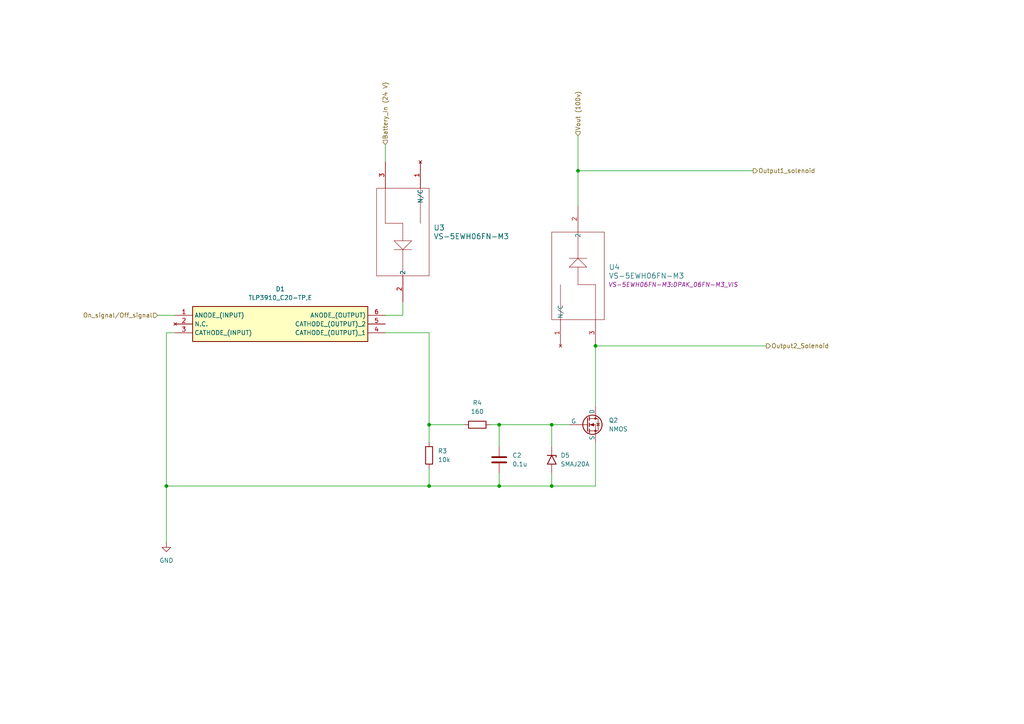
<source format=kicad_sch>
(kicad_sch (version 20231120) (generator "eeschema") (generator_version "8.0")
  (paper "A4")
  (lib_symbols
    (symbol "Device:C" (pin_numbers hide) (pin_names (offset 0.254))
      (property "Reference" "C" (at 0.635 2.54 0))
      (property "Value" "C" (at 0.635 -2.54 0))
      (symbol "C_0_1"
        (polyline (pts (xy -2.032 -0.762) (xy 2.032 -0.762)) (stroke (width 0.508)))
        (polyline (pts (xy -2.032 0.762) (xy 2.032 0.762)) (stroke (width 0.508)))
      )
      (symbol "C_1_1"
        (pin passive line (at 0 3.81 270) (length 2.794) (name "~") (number "1"))
        (pin passive line (at 0 -3.81 90) (length 2.794) (name "~") (number "2"))
      )
    )
    (symbol "Device:R" (pin_numbers hide) (pin_names (offset 0))
      (property "Reference" "R" (at 2.032 0 90))
      (property "Value" "R" (at 0 0 90))
      (symbol "R_0_1"
        (rectangle (start -1.016 -2.54) (end 1.016 2.54) (stroke (width 0.254)))
      )
      (symbol "R_1_1"
        (pin passive line (at 0 3.81 270) (length 1.27) (name "~") (number "1"))
        (pin passive line (at 0 -3.81 90) (length 1.27) (name "~") (number "2"))
      )
    )
    (symbol "Diode:SMAJ20A" (pin_numbers hide) (pin_names (offset 1.016) hide)
      (property "Reference" "D" (at 0 2.54 0))
      (property "Value" "SMAJ20A" (at 0 -2.54 0))
      (symbol "SMAJ20A_0_1"
        (polyline (pts (xy -0.762 1.27) (xy -1.27 1.27) (xy -1.27 -1.27)) (stroke (width 0.254)))
        (polyline (pts (xy 1.27 1.27) (xy 1.27 -1.27) (xy -1.27 0) (xy 1.27 1.27)) (stroke (width 0.254)))
      )
      (symbol "SMAJ20A_1_1"
        (pin passive line (at -3.81 0 0) (length 2.54) (name "A1") (number "1"))
        (pin passive line (at 3.81 0 180) (length 2.54) (name "A2") (number "2"))
      )
    )
    (symbol "Simulation_SPICE:NMOS" (pin_numbers hide) (pin_names (offset 0))
      (property "Reference" "Q" (at 5.08 1.27 0))
      (property "Value" "NMOS" (at 5.08 -1.27 0))
      (symbol "NMOS_0_1"
        (polyline (pts (xy 0.254 0) (xy -2.54 0)))
        (polyline (pts (xy 0.254 1.905) (xy 0.254 -1.905)) (stroke (width 0.254)))
        (polyline (pts (xy 0.762 -1.27) (xy 0.762 -2.286)) (stroke (width 0.254)))
        (polyline (pts (xy 0.762 0.508) (xy 0.762 -0.508)) (stroke (width 0.254)))
        (polyline (pts (xy 0.762 2.286) (xy 0.762 1.27)) (stroke (width 0.254)))
        (polyline (pts (xy 2.54 2.54) (xy 2.54 1.778)))
        (polyline (pts (xy 2.54 -2.54) (xy 2.54 0) (xy 0.762 0)))
        (polyline (pts (xy 0.762 -1.778) (xy 3.302 -1.778) (xy 3.302 1.778) (xy 0.762 1.778)))
        (polyline (pts (xy 1.016 0) (xy 2.032 0.381) (xy 2.032 -0.381) (xy 1.016 0)) (fill (type outline)))
        (polyline (pts (xy 2.794 0.508) (xy 2.921 0.381) (xy 3.683 0.381) (xy 3.81 0.254)))
        (polyline (pts (xy 3.302 0.381) (xy 2.921 -0.254) (xy 3.683 -0.254) (xy 3.302 0.381)))
        (circle (center 1.651 0) (radius 2.794) (stroke (width 0.254)))
        (circle (center 2.54 -1.778) (radius 0.254) (fill (type outline)))
        (circle (center 2.54 1.778) (radius 0.254) (fill (type outline)))
      )
      (symbol "NMOS_1_1"
        (pin passive line (at 2.54 5.08 270) (length 2.54) (name "D") (number "1"))
        (pin input line (at -5.08 0 0) (length 2.54) (name "G") (number "2"))
        (pin passive line (at 2.54 -5.08 90) (length 2.54) (name "S") (number "3"))
      )
    )
    (symbol "TLP3910_C20-TP_E:TLP3910_C20-TP,E"
      (property "Reference" "D" (at 57.15 7.62 0))
      (property "Value" "TLP3910_C20-TP,E" (at 57.15 5.08 0))
      (symbol "TLP3910_C20-TP,E_1_1"
        (rectangle (start 5.08 2.54) (end 55.88 -7.62) (stroke (width 0.254)) (fill (type background)))
        (pin passive line (at 0 0 0) (length 5.08) (name "ANODE_(INPUT)") (number "1"))
        (pin no_connect line (at 0 -2.54 0) (length 5.08) (name "N.C.") (number "2"))
        (pin passive line (at 0 -5.08 0) (length 5.08) (name "CATHODE_(INPUT)") (number "3"))
        (pin passive line (at 60.96 -5.08 180) (length 5.08) (name "CATHODE_(OUTPUT)_1") (number "4"))
        (pin passive line (at 60.96 -2.54 180) (length 5.08) (name "CATHODE_(OUTPUT)_2") (number "5"))
        (pin passive line (at 60.96 0 180) (length 5.08) (name "ANODE_(OUTPUT)") (number "6"))
      )
    )
    (symbol "VS-5EWH06FN-M3:VS-5EWH06FN-M3" (pin_names (offset 0.254))
      (property "Reference" "U" (at 20.32 7.62 0))
      (property "Value" "VS-5EWH06FN-M3" (at 20.32 5.08 0))
      (symbol "VS-5EWH06FN-M3_0_1"
        (polyline (pts (xy 7.62 -12.7) (xy 33.02 -12.7)) (stroke (width 0.127)))
        (polyline (pts (xy 7.62 -10.16) (xy 17.78 -10.16)) (stroke (width 0.127)))
        (polyline (pts (xy 7.62 0) (xy 17.78 0)) (stroke (width 0.127)))
        (polyline (pts (xy 7.62 2.54) (xy 7.62 -12.7)) (stroke (width 0.127)))
        (polyline (pts (xy 17.78 -10.16) (xy 17.78 -5.08)) (stroke (width 0.127)))
        (polyline (pts (xy 17.78 -5.08) (xy 22.86 -5.08)) (stroke (width 0.127)))
        (polyline (pts (xy 22.86 -7.62) (xy 22.86 -2.54)) (stroke (width 0.127)))
        (polyline (pts (xy 22.86 -7.62) (xy 25.4 -5.08)) (stroke (width 0.127)))
        (polyline (pts (xy 25.4 -7.62) (xy 25.4 -2.54)) (stroke (width 0.127)))
        (polyline (pts (xy 25.4 -5.08) (xy 22.86 -2.54)) (stroke (width 0.127)))
        (polyline (pts (xy 25.4 -5.08) (xy 33.02 -5.08)) (stroke (width 0.127)))
        (polyline (pts (xy 33.02 -12.7) (xy 33.02 2.54)) (stroke (width 0.127)))
        (polyline (pts (xy 33.02 2.54) (xy 7.62 2.54)) (stroke (width 0.127)))
        (pin no_connect line (at 0 0 0) (length 7.62) (name "N/C") (number "1"))
        (pin unspecified line (at 40.64 -5.08 180) (length 7.62) (name "2") (number "2"))
        (pin unspecified line (at 0 -10.16 0) (length 7.62) (name "") (number "3"))
      )
    )
    (symbol "power:GND" (power) (pin_numbers hide) (pin_names (offset 0) hide)
      (property "Value" "GND" (at 0 -3.81 0))
      (symbol "GND_0_1"
        (polyline (pts (xy 0 0) (xy 0 -1.27) (xy 1.27 -1.27) (xy 0 -2.54) (xy -1.27 -1.27) (xy 0 -1.27)))
      )
      (symbol "GND_1_1"
        (pin power_in line (at 0 0 270) (length 0) (name "~") (number "1"))
      )
    )
  )
  (junction (at 160.02 123.19))
  (junction (at 167.64 49.53))
  (junction (at 160.02 140.97))
  (junction (at 144.78 140.97))
  (junction (at 144.78 123.19))
  (junction (at 48.26 140.97))
  (junction (at 124.46 123.19))
  (junction (at 124.46 140.97))
  (junction (at 172.72 100.33))
  (wire (pts (xy 172.72 100.33) (xy 172.72 118.11)))
  (wire (pts (xy 144.78 123.19) (xy 144.78 129.54)))
  (wire (pts (xy 45.72 91.44) (xy 50.8 91.44)))
  (wire (pts (xy 167.64 49.53) (xy 218.44 49.53)))
  (wire (pts (xy 48.26 140.97) (xy 48.26 157.48)))
  (wire (pts (xy 160.02 140.97) (xy 172.72 140.97)))
  (wire (pts (xy 48.26 140.97) (xy 124.46 140.97)))
  (wire (pts (xy 160.02 137.16) (xy 160.02 140.97)))
  (wire (pts (xy 144.78 137.16) (xy 144.78 140.97)))
  (wire (pts (xy 167.64 39.37) (xy 167.64 49.53)))
  (wire (pts (xy 134.62 123.19) (xy 124.46 123.19)))
  (wire (pts (xy 160.02 123.19) (xy 165.1 123.19)))
  (wire (pts (xy 111.76 91.44) (xy 116.84 91.44)))
  (wire (pts (xy 111.76 41.91) (xy 111.76 46.99)))
  (wire (pts (xy 144.78 123.19) (xy 160.02 123.19)))
  (wire (pts (xy 48.26 96.52) (xy 50.8 96.52)))
  (wire (pts (xy 124.46 140.97) (xy 144.78 140.97)))
  (wire (pts (xy 111.76 96.52) (xy 124.46 96.52)))
  (wire (pts (xy 144.78 140.97) (xy 160.02 140.97)))
  (wire (pts (xy 144.78 123.19) (xy 142.24 123.19)))
  (wire (pts (xy 172.72 100.33) (xy 222.25 100.33)))
  (wire (pts (xy 172.72 128.27) (xy 172.72 140.97)))
  (wire (pts (xy 160.02 129.54) (xy 160.02 123.19)))
  (wire (pts (xy 124.46 135.89) (xy 124.46 140.97)))
  (wire (pts (xy 124.46 123.19) (xy 124.46 128.27)))
  (wire (pts (xy 48.26 96.52) (xy 48.26 140.97)))
  (wire (pts (xy 116.84 87.63) (xy 116.84 91.44)))
  (wire (pts (xy 167.64 49.53) (xy 167.64 59.69)))
  (wire (pts (xy 124.46 96.52) (xy 124.46 123.19)))
  (hierarchical_label "Output1_solenoid" (shape output) (at 218.44 49.53 0))
  (hierarchical_label "On_signal{slash}Off_signal" (shape input) (at 45.72 91.44 180))
  (hierarchical_label "Output2_Solenoid" (shape output) (at 222.25 100.33 0))
  (hierarchical_label "Battery_In (24 V) " (shape input) (at 111.76 41.91 90))
  (hierarchical_label "Vout (100v) " (shape input) (at 167.64 39.37 90))
  (symbol (lib_id "Diode:SMAJ20A") (at 160.02 133.35 270) (unit 1)
    (property "Reference" "D5" (at 162.56 132.0799 90) (effects (justify left)))
    (property "Value" "SMAJ20A" (at 162.56 134.6199 90) (effects (justify left)))
    (property "Footprint" "SMAJ20A:DIOM4325X250N" (effects (hide yes)))
    (property "Datasheet" "https://www.littelfuse.com/media?resourcetype=datasheets&itemid=75e32973-b177-4ee3-a0ff-cedaf1abdb93&filename=smaj-datasheet" (effects (hide yes)))
    (property "Description" "400W unidirectional Transient Voltage Suppressor, 20.0Vr, SMA(DO-214AC)" (effects (hide yes)))
  )
  (symbol (lib_id "Device:C") (at 144.78 133.35 0) (unit 1)
    (property "Reference" "C2" (at 148.59 132.0799 0) (effects (justify left)))
    (property "Value" "0.1u" (at 148.59 134.6199 0) (effects (justify left)))
    (property "Description" "Unpolarized capacitor" (effects (hide yes)))
  )
  (symbol (lib_id "TLP3910_C20-TP_E:TLP3910_C20-TP,E") (at 50.8 91.44 0) (unit 1)
    (property "Reference" "D1" (at 81.28 83.82 0))
    (property "Value" "TLP3910_C20-TP,E" (at 81.28 86.36 0))
    (property "Footprint" "SOIC127P1000X220-6N" (effects (hide yes)))
    (property "Datasheet" "https://www.mouser.jp/datasheet/2/408/TLP3910_datasheet_en_20210302-2321212.pdf" (effects (hide yes)))
    (property "Description" "Photodiode Output Optocouplers Photovoltaic Coupler; High Voc; SO6L; RoHS" (effects (hide yes)))
    (property "Height" "2.2" (effects (hide yes)))
    (property "Mouser Part Number" "757-TLP3910C20-TPE" (effects (hide yes)))
    (property "Mouser Price/Stock" "https://www.mouser.co.uk/ProductDetail/Toshiba/TLP3910C20-TPE?qs=TuK3vfAjtkUvVtweYOqjVw%3D%3D" (effects (hide yes)))
    (property "Manufacturer_Name" "Toshiba" (effects (hide yes)))
    (property "Manufacturer_Part_Number" "TLP3910(C20-TP,E" (effects (hide yes)))
  )
  (symbol (lib_id "VS-5EWH06FN-M3:VS-5EWH06FN-M3") (at 121.92 46.99 270) (unit 1)
    (property "Reference" "U3" (at 125.73 66.0399 90) (effects (font (size 1.524 1.524)) (justify left)))
    (property "Value" "VS-5EWH06FN-M3" (at 125.73 68.5799 90) (effects (font (size 1.524 1.524)) (justify left)))
    (property "Footprint" "VS-5EWH06FN-M3:DPAK_06FN-M3_VIS" (effects (hide yes)))
    (property "Datasheet" "VS-5EWH06FN-M3" (effects (hide yes)))
  )
  (symbol (lib_id "Simulation_SPICE:NMOS") (at 170.18 123.19 0) (unit 1)
    (property "Reference" "Q2" (at 176.53 121.9199 0) (effects (justify left)))
    (property "Value" "NMOS" (at 176.53 124.4599 0) (effects (justify left)))
    (property "Datasheet" "https://ngspice.sourceforge.io/docs/ngspice-html-manual/manual.xhtml#cha_MOSFETs" (effects (hide yes)))
    (property "Description" "N-MOSFET transistor, drain/source/gate" (effects (hide yes)))
    (property "Sim.Device" "NMOS" (effects (hide yes)))
    (property "Sim.Type" "VDMOS" (effects (hide yes)))
    (property "Sim.Pins" "1=D 2=G 3=S" (effects (hide yes)))
  )
  (symbol (lib_id "power:GND") (at 48.26 157.48 0) (unit 1)
    (property "Reference" "#PWR014" (effects (hide yes)))
    (property "Value" "GND" (at 48.26 162.56 0))
    (property "Description" "Power symbol creates a global label with name \"GND\" , ground" (effects (hide yes)))
  )
  (symbol (lib_id "Device:R") (at 138.43 123.19 90) (unit 1)
    (property "Reference" "R4" (at 138.43 116.84 90))
    (property "Value" "160" (at 138.43 119.38 90))
    (property "Description" "Resistor" (effects (hide yes)))
  )
  (symbol (lib_id "VS-5EWH06FN-M3:VS-5EWH06FN-M3") (at 162.56 100.33 90) (unit 1)
    (property "Reference" "U4" (at 176.53 77.4699 90) (effects (font (size 1.524 1.524)) (justify right)))
    (property "Value" "VS-5EWH06FN-M3" (at 176.53 80.0099 90) (effects (font (size 1.524 1.524)) (justify right)))
    (property "Footprint" "VS-5EWH06FN-M3:DPAK_06FN-M3_VIS" (at 176.53 82.5499 90) (effects (font (italic yes)) (justify right)))
    (property "Datasheet" "VS-5EWH06FN-M3" (effects (hide yes)))
  )
  (symbol (lib_id "Device:R") (at 124.46 132.08 0) (unit 1)
    (property "Reference" "R3" (at 127 130.8099 0) (effects (justify left)))
    (property "Value" "10k" (at 127 133.3499 0) (effects (justify left)))
    (property "Description" "Resistor" (effects (hide yes)))
  )
)
</source>
